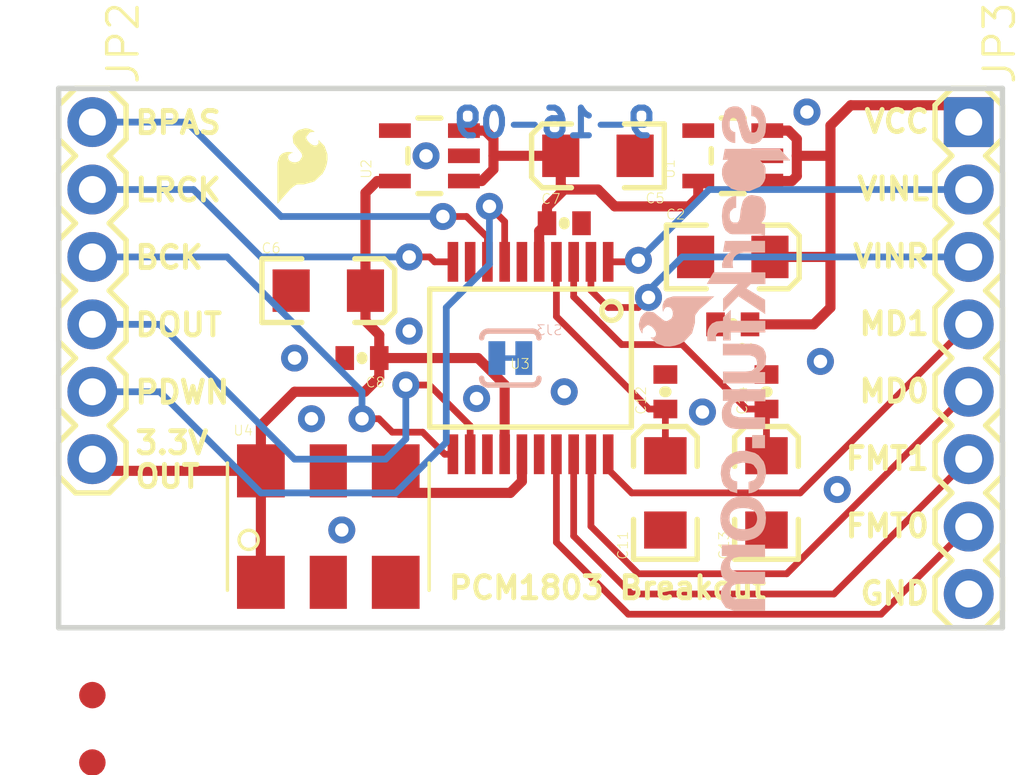
<source format=kicad_pcb>
(kicad_pcb (version 20211014) (generator pcbnew)
  (layers (0 "F.Cu" signal) (31 "B.Cu" signal) (34 "B.Paste" user) (35 "F.Paste" user) (36 "B.SilkS" user "B.Silkscreen") (37 "F.SilkS" user "F.Silkscreen") (38 "B.Mask" user) (39 "F.Mask" user) (44 "Edge.Cuts" user))
  (net 0 "")
  (net 1 "5V")
  (net 2 "3.3V")
  (net 3 "DGND")
  (net 4 "N$10")
  (net 5 "N$11")
  (net 6 "MD1")
  (net 7 "MD0")
  (net 8 "FMT1")
  (net 9 "FMT0")
  (net 10 "VINL")
  (net 11 "VINR")
  (net 12 "BPAS")
  (net 13 "PDWN")
  (net 14 "DOUT")
  (net 15 "BCK")
  (net 16 "LRCK")
  (net 17 "N$3")
  (net 18 "GND")
  (net 19 "VCC")
  (footprint "boardEagle:SOT23-5" (layer "F.Cu") (at 144.6911 97.3836 90)
    (fp_text reference "U2" (at -0.889 -2.159 90) (layer "F.SilkS") (effects (font (size 0.373888 0.373888) (thickness 0.032512)) (justify left bottom)))
    (fp_text value "3.3V_REG")
    (pad "1" smd rect (at -0.95 1.3001 90) (size 0.55 1.2) (layers "F.Cu" "F.Paste" "F.Mask") (net 1 "5V"))
    (pad "2" smd rect (at 0 1.3001 90) (size 0.55 1.2) (layers "F.Cu" "F.Paste" "F.Mask") (net 3 "DGND"))
    (pad "3" smd rect (at 0.95 1.3001 90) (size 0.55 1.2) (layers "F.Cu" "F.Paste" "F.Mask") (net 1 "5V"))
    (pad "4" smd rect (at 0.95 -1.3001 90) (size 0.55 1.2) (layers "F.Cu" "F.Paste" "F.Mask"))
    (pad "5" smd rect (at -0.95 -1.3001 90) (size 0.55 1.2) (layers "F.Cu" "F.Paste" "F.Mask") (net 2 "3.3V"))
  )
  (footprint "boardEagle:1X08" (layer "F.Cu") (at 165.0111 96.1136 -90)
    (fp_text reference "JP3" (at -1.3462 -1.8288 -90) (layer "F.SilkS") (effects (font (size 1.143 1.143) (thickness 0.127)) (justify left bottom)))
    (fp_text value "")
    (pad "1" thru_hole rect (at 0 0) (size 1.8796 1.8796) (drill 1.016) (layers *.Cu *.Mask) (net 19 "VCC"))
    (pad "2" thru_hole circle (at 2.54 0) (size 1.8796 1.8796) (drill 1.016) (layers *.Cu *.Mask) (net 10 "VINL"))
    (pad "3" thru_hole circle (at 5.08 0) (size 1.8796 1.8796) (drill 1.016) (layers *.Cu *.Mask) (net 11 "VINR"))
    (pad "4" thru_hole circle (at 7.62 0) (size 1.8796 1.8796) (drill 1.016) (layers *.Cu *.Mask) (net 6 "MD1"))
    (pad "5" thru_hole circle (at 10.16 0) (size 1.8796 1.8796) (drill 1.016) (layers *.Cu *.Mask) (net 7 "MD0"))
    (pad "6" thru_hole circle (at 12.7 0) (size 1.8796 1.8796) (drill 1.016) (layers *.Cu *.Mask) (net 8 "FMT1"))
    (pad "7" thru_hole circle (at 15.24 0) (size 1.8796 1.8796) (drill 1.016) (layers *.Cu *.Mask) (net 9 "FMT0"))
    (pad "8" thru_hole circle (at 17.78 0) (size 1.8796 1.8796) (drill 1.016) (layers *.Cu *.Mask) (net 18 "GND"))
  )
  (footprint "boardEagle:SFE-LOGO-FLAME" (layer "F.Cu") (at 138.9761 99.1616)
    (fp_text reference "JP1" hide)
    (fp_text value "LOGO-SFESK" hide)
  )
  (footprint "boardEagle:EIA3216" (layer "F.Cu") (at 156.1211 101.1936)
    (fp_text reference "C2" (at -2.54 -1.381) (layer "F.SilkS") (effects (font (size 0.373888 0.373888) (thickness 0.032512)) (justify left bottom)))
    (fp_text value "10uF")
    (pad "A" smd rect (at 1.4 0 90) (size 1.6 1.4) (layers "F.Cu" "F.Paste" "F.Mask") (net 19 "VCC"))
    (pad "C" smd rect (at -1.4 0 90) (size 1.6 1.4) (layers "F.Cu" "F.Paste" "F.Mask") (net 18 "GND"))
  )
  (footprint "boardEagle:0402-CAP" (layer "F.Cu") (at 153.5811 106.2736 90)
    (fp_text reference "C12" (at -0.889 -0.6985 90) (layer "F.SilkS") (effects (font (size 0.373888 0.373888) (thickness 0.032512)) (justify left bottom)))
    (fp_text value "0.1uF")
    (pad "1" smd rect (at -0.65 0 90) (size 0.7 0.9) (layers "F.Cu" "F.Paste" "F.Mask") (net 4 "N$10"))
    (pad "2" smd rect (at 0.65 0 90) (size 0.7 0.9) (layers "F.Cu" "F.Paste" "F.Mask") (net 18 "GND"))
  )
  (footprint "boardEagle:FIDUCIAL-1X2" (layer "F.Cu") (at 131.9911 117.7036)
    (fp_text reference "JP4" hide)
    (fp_text value "FIDUCIAL1X2" hide)
    (pad "1" smd roundrect (at 0 0) (size 1 1) (layers "F.Cu" "F.Mask") (roundrect_rratio 0.5))
  )
  (footprint "boardEagle:SOT23-5" (layer "F.Cu") (at 156.1211 97.3836 90)
    (fp_text reference "U1" (at -0.889 -2.159 90) (layer "F.SilkS") (effects (font (size 0.373888 0.373888) (thickness 0.032512)) (justify left bottom)))
    (fp_text value "5V_REG")
    (pad "1" smd rect (at -0.95 1.3001 90) (size 0.55 1.2) (layers "F.Cu" "F.Paste" "F.Mask") (net 19 "VCC"))
    (pad "2" smd rect (at 0 1.3001 90) (size 0.55 1.2) (layers "F.Cu" "F.Paste" "F.Mask") (net 18 "GND"))
    (pad "3" smd rect (at 0.95 1.3001 90) (size 0.55 1.2) (layers "F.Cu" "F.Paste" "F.Mask") (net 19 "VCC"))
    (pad "4" smd rect (at 0.95 -1.3001 90) (size 0.55 1.2) (layers "F.Cu" "F.Paste" "F.Mask"))
    (pad "5" smd rect (at -0.95 -1.3001 90) (size 0.55 1.2) (layers "F.Cu" "F.Paste" "F.Mask") (net 1 "5V"))
  )
  (footprint "boardEagle:EIA3216" (layer "F.Cu") (at 140.8811 102.4636)
    (fp_text reference "C6" (at -2.54 -1.381) (layer "F.SilkS") (effects (font (size 0.373888 0.373888) (thickness 0.032512)) (justify left bottom)))
    (fp_text value "10uF")
    (pad "A" smd rect (at 1.4 0 90) (size 1.6 1.4) (layers "F.Cu" "F.Paste" "F.Mask") (net 2 "3.3V"))
    (pad "C" smd rect (at -1.4 0 90) (size 1.6 1.4) (layers "F.Cu" "F.Paste" "F.Mask") (net 3 "DGND"))
  )
  (footprint "boardEagle:0402-CAP" (layer "F.Cu") (at 157.3911 106.2736 90)
    (fp_text reference "C14" (at -0.889 -0.6985 90) (layer "F.SilkS") (effects (font (size 0.373888 0.373888) (thickness 0.032512)) (justify left bottom)))
    (fp_text value "0.1uF")
    (pad "1" smd rect (at -0.65 0 90) (size 0.7 0.9) (layers "F.Cu" "F.Paste" "F.Mask") (net 5 "N$11"))
    (pad "2" smd rect (at 0.65 0 90) (size 0.7 0.9) (layers "F.Cu" "F.Paste" "F.Mask") (net 18 "GND"))
  )
  (footprint "boardEagle:0402-CAP" (layer "F.Cu") (at 142.1511 105.0036 180)
    (fp_text reference "C8" (at -0.889 -0.6985 180) (layer "F.SilkS") (effects (font (size 0.373888 0.373888) (thickness 0.032512)) (justify right top)))
    (fp_text value "0.1uF")
    (pad "1" smd rect (at -0.65 0 180) (size 0.7 0.9) (layers "F.Cu" "F.Paste" "F.Mask") (net 2 "3.3V"))
    (pad "2" smd rect (at 0.65 0 180) (size 0.7 0.9) (layers "F.Cu" "F.Paste" "F.Mask") (net 3 "DGND"))
  )
  (footprint "boardEagle:FIDUCIAL-1X2" (layer "F.Cu") (at 131.9911 120.2436)
    (fp_text reference "JP5" hide)
    (fp_text value "FIDUCIAL1X2" hide)
    (pad "1" smd roundrect (at 0 0) (size 1 1) (layers "F.Cu" "F.Mask") (roundrect_rratio 0.5))
  )
  (footprint "boardEagle:SSOP20" (layer "F.Cu") (at 148.5011 105.0036 180)
    (fp_text reference "U3" (at 0 0 180) (layer "F.SilkS") (effects (font (size 0.373888 0.373888) (thickness 0.032512)) (justify right top)))
    (fp_text value "PCM1803SMD")
    (pad "1" smd rect (at -2.925 3.625 180) (size 0.4 1.5) (layers "F.Cu" "F.Paste" "F.Mask") (net 10 "VINL"))
    (pad "2" smd rect (at -2.275 3.625 180) (size 0.4 1.5) (layers "F.Cu" "F.Paste" "F.Mask") (net 11 "VINR"))
    (pad "3" smd rect (at -1.625 3.625 180) (size 0.4 1.5) (layers "F.Cu" "F.Paste" "F.Mask") (net 5 "N$11"))
    (pad "4" smd rect (at -0.975 3.625 180) (size 0.4 1.5) (layers "F.Cu" "F.Paste" "F.Mask") (net 4 "N$10"))
    (pad "5" smd rect (at -0.325 3.625 180) (size 0.4 1.5) (layers "F.Cu" "F.Paste" "F.Mask") (net 1 "5V"))
    (pad "6" smd rect (at 0.325 3.625 180) (size 0.4 1.5) (layers "F.Cu" "F.Paste" "F.Mask") (net 18 "GND"))
    (pad "7" smd rect (at 0.975 3.625 180) (size 0.4 1.5) (layers "F.Cu" "F.Paste" "F.Mask") (net 13 "PDWN"))
    (pad "8" smd rect (at 1.625 3.625 180) (size 0.4 1.5) (layers "F.Cu" "F.Paste" "F.Mask") (net 12 "BPAS"))
    (pad "9" smd rect (at 2.275 3.625 180) (size 0.4 1.5) (layers "F.Cu" "F.Paste" "F.Mask") (net 3 "DGND"))
    (pad "10" smd rect (at 2.925 3.625 180) (size 0.4 1.5) (layers "F.Cu" "F.Paste" "F.Mask") (net 16 "LRCK"))
    (pad "11" smd rect (at 2.925 -3.625 180) (size 0.4 1.5) (layers "F.Cu" "F.Paste" "F.Mask") (net 15 "BCK"))
    (pad "12" smd rect (at 2.275 -3.625 180) (size 0.4 1.5) (layers "F.Cu" "F.Paste" "F.Mask") (net 14 "DOUT"))
    (pad "13" smd rect (at 1.625 -3.625 180) (size 0.4 1.5) (layers "F.Cu" "F.Paste" "F.Mask") (net 3 "DGND"))
    (pad "14" smd rect (at 0.975 -3.625 180) (size 0.4 1.5) (layers "F.Cu" "F.Paste" "F.Mask") (net 2 "3.3V"))
    (pad "15" smd rect (at 0.325 -3.625 180) (size 0.4 1.5) (layers "F.Cu" "F.Paste" "F.Mask") (net 17 "N$3"))
    (pad "16" smd rect (at -0.325 -3.625 180) (size 0.4 1.5) (layers "F.Cu" "F.Paste" "F.Mask") (net 18 "GND"))
    (pad "17" smd rect (at -0.975 -3.625 180) (size 0.4 1.5) (layers "F.Cu" "F.Paste" "F.Mask") (net 9 "FMT0"))
    (pad "18" smd rect (at -1.625 -3.625 180) (size 0.4 1.5) (layers "F.Cu" "F.Paste" "F.Mask") (net 8 "FMT1"))
    (pad "19" smd rect (at -2.275 -3.625 180) (size 0.4 1.5) (layers "F.Cu" "F.Paste" "F.Mask") (net 7 "MD0"))
    (pad "20" smd rect (at -2.925 -3.625 180) (size 0.4 1.5) (layers "F.Cu" "F.Paste" "F.Mask") (net 6 "MD1"))
  )
  (footprint "boardEagle:0402-CAP" (layer "F.Cu") (at 156.1211 103.7336 180)
    (fp_text reference "C1" (at -0.889 -0.6985 180) (layer "F.SilkS") (effects (font (size 0.373888 0.373888) (thickness 0.032512)) (justify right top)))
    (fp_text value "0.1uF")
    (pad "1" smd rect (at -0.65 0 180) (size 0.7 0.9) (layers "F.Cu" "F.Paste" "F.Mask") (net 19 "VCC"))
    (pad "2" smd rect (at 0.65 0 180) (size 0.7 0.9) (layers "F.Cu" "F.Paste" "F.Mask") (net 18 "GND"))
  )
  (footprint "boardEagle:EIA3216" (layer "F.Cu") (at 151.0411 97.3836 180)
    (fp_text reference "C5" (at -2.54 -1.381 180) (layer "F.SilkS") (effects (font (size 0.373888 0.373888) (thickness 0.032512)) (justify right top)))
    (fp_text value "10uF")
    (pad "A" smd rect (at 1.4 0 270) (size 1.6 1.4) (layers "F.Cu" "F.Paste" "F.Mask") (net 1 "5V"))
    (pad "C" smd rect (at -1.4 0 270) (size 1.6 1.4) (layers "F.Cu" "F.Paste" "F.Mask") (net 18 "GND"))
  )
  (footprint "boardEagle:EIA3216" (layer "F.Cu") (at 153.5811 110.0836 90)
    (fp_text reference "C11" (at -2.54 -1.381 90) (layer "F.SilkS") (effects (font (size 0.373888 0.373888) (thickness 0.032512)) (justify left bottom)))
    (fp_text value "10uF")
    (pad "A" smd rect (at 1.4 0 180) (size 1.6 1.4) (layers "F.Cu" "F.Paste" "F.Mask") (net 4 "N$10"))
    (pad "C" smd rect (at -1.4 0 180) (size 1.6 1.4) (layers "F.Cu" "F.Paste" "F.Mask") (net 18 "GND"))
  )
  (footprint "boardEagle:0402-CAP" (layer "F.Cu") (at 149.7711 99.9236)
    (fp_text reference "C7" (at -0.889 -0.6985) (layer "F.SilkS") (effects (font (size 0.373888 0.373888) (thickness 0.032512)) (justify left bottom)))
    (fp_text value "0.1uF")
    (pad "1" smd rect (at -0.65 0) (size 0.7 0.9) (layers "F.Cu" "F.Paste" "F.Mask") (net 1 "5V"))
    (pad "2" smd rect (at 0.65 0) (size 0.7 0.9) (layers "F.Cu" "F.Paste" "F.Mask") (net 18 "GND"))
  )
  (footprint "boardEagle:EIA3216" (layer "F.Cu") (at 157.3911 110.0836 90)
    (fp_text reference "C13" (at -2.54 -1.381 90) (layer "F.SilkS") (effects (font (size 0.373888 0.373888) (thickness 0.032512)) (justify left bottom)))
    (fp_text value "10uF")
    (pad "A" smd rect (at 1.4 0 180) (size 1.6 1.4) (layers "F.Cu" "F.Paste" "F.Mask") (net 5 "N$11"))
    (pad "C" smd rect (at -1.4 0 180) (size 1.6 1.4) (layers "F.Cu" "F.Paste" "F.Mask") (net 18 "GND"))
  )
  (footprint "boardEagle:1X06" (layer "F.Cu") (at 131.9911 96.1136 -90)
    (fp_text reference "JP2" (at -1.3462 -1.8288 -90) (layer "F.SilkS") (effects (font (size 1.143 1.143) (thickness 0.127)) (justify left bottom)))
    (fp_text value "")
    (pad "1" thru_hole circle (at 0 0) (size 1.8796 1.8796) (drill 1.016) (layers *.Cu *.Mask) (net 12 "BPAS"))
    (pad "2" thru_hole circle (at 2.54 0) (size 1.8796 1.8796) (drill 1.016) (layers *.Cu *.Mask) (net 16 "LRCK"))
    (pad "3" thru_hole circle (at 5.08 0) (size 1.8796 1.8796) (drill 1.016) (layers *.Cu *.Mask) (net 15 "BCK"))
    (pad "4" thru_hole circle (at 7.62 0) (size 1.8796 1.8796) (drill 1.016) (layers *.Cu *.Mask) (net 14 "DOUT"))
    (pad "5" thru_hole circle (at 10.16 0) (size 1.8796 1.8796) (drill 1.016) (layers *.Cu *.Mask) (net 13 "PDWN"))
    (pad "6" thru_hole circle (at 12.7 0) (size 1.8796 1.8796) (drill 1.016) (layers *.Cu *.Mask) (net 2 "3.3V"))
  )
  (footprint "boardEagle:CRYSTAL-SMD-7.5X5.2-6PIN" (layer "F.Cu") (at 140.8811 111.3536)
    (fp_text reference "U4" (at -3.6 -3.4) (layer "F.SilkS") (effects (font (size 0.373888 0.373888) (thickness 0.032512)) (justify left bottom)))
    (fp_text value "24.576MHz OSCILLATOR")
    (pad "1" smd rect (at -2.54 2.1 90) (size 2 1.8) (layers "F.Cu" "F.Paste" "F.Mask") (net 2 "3.3V"))
    (pad "2" smd rect (at 2.54 2.1 90) (size 2 1.8) (layers "F.Cu" "F.Paste" "F.Mask") (net 3 "DGND"))
    (pad "3" smd rect (at 2.54 -2.1 90) (size 2 1.8) (layers "F.Cu" "F.Paste" "F.Mask") (net 17 "N$3"))
    (pad "4" smd rect (at -2.54 -2.1 90) (size 2 1.8) (layers "F.Cu" "F.Paste" "F.Mask") (net 2 "3.3V"))
    (pad "NC0" smd rect (at 0 2.1 90) (size 2 1.4) (layers "F.Cu" "F.Paste" "F.Mask"))
    (pad "NC1" smd rect (at 0 -2.1 90) (size 2 1.4) (layers "F.Cu" "F.Paste" "F.Mask"))
  )
  (footprint "boardEagle:SFE-NEW-WEBLOGO" (layer "B.Cu") (at 158.2801 95.4786 -90)
    (fp_text reference "U$4" hide)
    (fp_text value "LOGO-SFENEW" hide)
  )
  (footprint "boardEagle:SJ_2S-TRACE" (layer "B.Cu") (at 147.7391 105.0036 180)
    (fp_text reference "SJ3" (at -0.9525 1.27) (layer "B.SilkS") (effects (font (size 0.373888 0.373888) (thickness 0.032512)) (justify right top mirror)))
    (fp_text value "SOLDERJUMPERTRACE")
    (fp_line (start -0.381 0) (end 0.381 0) (layer "B.Cu") (width 0.2032))
    (pad "1" smd rect (at -0.508 0 180) (size 0.635 1.27) (layers "B.Cu" "B.Mask") (net 18 "GND"))
    (pad "2" smd rect (at 0.508 0 180) (size 0.635 1.27) (layers "B.Cu" "B.Mask") (net 3 "DGND"))
  )
  (gr_line (start 166.2811 94.8436) (end 130.7211 94.8436) (layer "Edge.Cuts") (width 0.2032))
  (gr_line (start 130.7211 115.1636) (end 166.2811 115.1636) (layer "Edge.Cuts") (width 0.2032))
  (gr_line (start 166.2811 115.1636) (end 166.2811 94.8436) (layer "Edge.Cuts") (width 0.2032))
  (gr_line (start 130.7211 94.8436) (end 130.7211 115.1636) (layer "Edge.Cuts") (width 0.2032))
  (gr_text "9-16-09" (at 153.3271 96.7486) (layer "B.Cu") (effects (font (size 1.0414 1.0414) (thickness 0.2286)) (justify left bottom mirror)))
  (gr_text "FMT0" (at 163.6141 110.8456) (layer "F.SilkS") (effects (font (size 0.83312 0.83312) (thickness 0.18288)) (justify right top)))
  (gr_text "PCM1803 Breakout" (at 145.3261 114.1476) (layer "F.SilkS") (effects (font (size 0.83312 0.83312) (thickness 0.18288)) (justify left bottom)))
  (gr_text "FMT1" (at 163.6141 108.3056) (layer "F.SilkS") (effects (font (size 0.83312 0.83312) (thickness 0.18288)) (justify right top)))
  (gr_text "PDWN" (at 133.5151 106.7816) (layer "F.SilkS") (effects (font (size 0.83312 0.83312) (thickness 0.18288)) (justify left bottom)))
  (gr_text "VINR" (at 163.6141 100.6856) (layer "F.SilkS") (effects (font (size 0.83312 0.83312) (thickness 0.18288)) (justify right top)))
  (gr_text "MD1" (at 163.6141 103.2256) (layer "F.SilkS") (effects (font (size 0.83312 0.83312) (thickness 0.18288)) (justify right top)))
  (gr_text "VCC" (at 163.6141 95.6056) (layer "F.SilkS") (effects (font (size 0.83312 0.83312) (thickness 0.18288)) (justify right top)))
  (gr_text "OUT" (at 133.5151 109.9566) (layer "F.SilkS") (effects (font (size 0.83312 0.83312) (thickness 0.18288)) (justify left bottom)))
  (gr_text "3.3V" (at 133.5151 108.6866) (layer "F.SilkS") (effects (font (size 0.83312 0.83312) (thickness 0.18288)) (justify left bottom)))
  (gr_text "MD0" (at 163.6141 105.7656) (layer "F.SilkS") (effects (font (size 0.83312 0.83312) (thickness 0.18288)) (justify right top)))
  (gr_text "DOUT" (at 133.5151 104.2416) (layer "F.SilkS") (effects (font (size 0.83312 0.83312) (thickness 0.18288)) (justify left bottom)))
  (gr_text "LRCK" (at 133.5151 99.1616) (layer "F.SilkS") (effects (font (size 0.83312 0.83312) (thickness 0.18288)) (justify left bottom)))
  (gr_text "GND" (at 163.6141 113.3856) (layer "F.SilkS") (effects (font (size 0.83312 0.83312) (thickness 0.18288)) (justify right top)))
  (gr_text "BPAS" (at 133.5151 96.6216) (layer "F.SilkS") (effects (font (size 0.83312 0.83312) (thickness 0.18288)) (justify left bottom)))
  (gr_text "VINL" (at 163.6141 98.1456) (layer "F.SilkS") (effects (font (size 0.83312 0.83312) (thickness 0.18288)) (justify right top)))
  (gr_text "BCK" (at 133.5151 101.7016) (layer "F.SilkS") (effects (font (size 0.83312 0.83312) (thickness 0.18288)) (justify left bottom)))
  (segment (start 146.7891 96.4336) (end 145.9912 96.4336) (width 0.381) (layer "F.Cu") (net 1))
  (segment (start 149.6411 97.3836) (end 149.6411 98.5236) (width 0.381) (layer "F.Cu") (net 1))
  (segment (start 147.1041 97.8916) (end 147.1041 97.3836) (width 0.381) (layer "F.Cu") (net 1))
  (segment (start 147.1041 97.3836) (end 147.1041 96.7486) (width 0.381) (layer "F.Cu") (net 1))
  (segment (start 149.1211 99.3036) (end 149.1211 99.9236) (width 0.381) (layer "F.Cu") (net 1))
  (segment (start 151.6761 99.2886) (end 154.4701 99.2886) (width 0.381) (layer "F.Cu") (net 1))
  (segment (start 154.4701 99.2886) (end 154.821 98.9377) (width 0.381) (layer "F.Cu") (net 1))
  (segment (start 147.1041 97.3836) (end 149.6411 97.3836) (width 0.381) (layer "F.Cu") (net 1))
  (segment (start 149.7711 98.6536) (end 151.0411 98.6536) (width 0.381) (layer "F.Cu") (net 1))
  (segment (start 149.1211 99.9236) (end 148.8261 100.2186) (width 0.381) (layer "F.Cu") (net 1))
  (segment (start 151.0411 98.6536) (end 151.6761 99.2886) (width 0.381) (layer "F.Cu") (net 1))
  (segment (start 146.6621 98.3336) (end 147.1041 97.8916) (width 0.381) (layer "F.Cu") (net 1))
  (segment (start 154.821 98.9377) (end 154.821 98.3336) (width 0.381) (layer "F.Cu") (net 1))
  (segment (start 149.7711 98.6536) (end 149.1211 99.3036) (width 0.381) (layer "F.Cu") (net 1))
  (segment (start 147.1041 96.7486) (end 146.7891 96.4336) (width 0.381) (layer "F.Cu") (net 1))
  (segment (start 145.9912 98.3336) (end 146.6621 98.3336) (width 0.381) (layer "F.Cu") (net 1))
  (segment (start 148.8261 100.2186) (end 148.8261 101.3786) (width 0.381) (layer "F.Cu") (net 1))
  (segment (start 149.6411 98.5236) (end 149.7711 98.6536) (width 0.381) (layer "F.Cu") (net 1))
  (segment (start 147.5261 106.0098) (end 147.5261 108.6286) (width 0.381) (layer "F.Cu") (net 2))
  (segment (start 142.8011 105.0036) (end 146.5199 105.0036) (width 0.381) (layer "F.Cu") (net 2))
  (segment (start 142.2811 103.6096) (end 142.2811 102.4636) (width 0.381) (layer "F.Cu") (net 2))
  (segment (start 132.4311 109.2536) (end 138.3411 109.2536) (width 0.381) (layer "F.Cu") (net 2))
  (segment (start 142.8011 104.1296) (end 142.2811 103.6096) (width 0.381) (layer "F.Cu") (net 2))
  (segment (start 146.5199 105.0036) (end 147.5261 106.0098) (width 0.381) (layer "F.Cu") (net 2))
  (segment (start 138.3411 109.2536) (end 138.3411 107.5436) (width 0.381) (layer "F.Cu") (net 2))
  (segment (start 139.6111 106.2736) (end 142.2527 106.2736) (width 0.381) (layer "F.Cu") (net 2))
  (segment (start 131.9911 108.8136) (end 132.4311 109.2536) (width 0.381) (layer "F.Cu") (net 2))
  (segment (start 142.2811 102.4636) (end 142.2811 98.7776) (width 0.381) (layer "F.Cu") (net 2))
  (segment (start 138.3411 109.2536) (end 138.3411 113.4536) (width 0.381) (layer "F.Cu") (net 2))
  (segment (start 142.2811 98.7776) (end 142.7251 98.3336) (width 0.381) (layer "F.Cu") (net 2))
  (segment (start 142.7251 98.3336) (end 143.391 98.3336) (width 0.381) (layer "F.Cu") (net 2))
  (segment (start 142.8011 105.0036) (end 142.8011 104.1296) (width 0.381) (layer "F.Cu") (net 2))
  (segment (start 138.3411 107.5436) (end 139.6111 106.2736) (width 0.381) (layer "F.Cu") (net 2))
  (segment (start 142.2527 106.2736) (end 142.8011 105.7252) (width 0.381) (layer "F.Cu") (net 2))
  (segment (start 142.8011 105.7252) (end 142.8011 105.0036) (width 0.381) (layer "F.Cu") (net 2))
  (via (at 140.2461 107.2896) (size 1.016) (drill 0.508) (layers "F.Cu" "B.Cu") (net 3))
  (via (at 139.6111 105.0036) (size 1.016) (drill 0.508) (layers "F.Cu" "B.Cu") (net 3))
  (via (at 144.5641 97.3836) (size 1.016) (drill 0.508) (layers "F.Cu" "B.Cu") (net 3))
  (via (at 141.3891 111.4806) (size 1.016) (drill 0.508) (layers "F.Cu" "B.Cu") (net 3))
  (via (at 143.9291 103.9876) (size 1.016) (drill 0.508) (layers "F.Cu" "B.Cu") (net 3))
  (via (at 146.4691 106.5276) (size 1.016) (drill 0.508) (layers "F.Cu" "B.Cu") (net 3))
  (segment (start 149.4761 103.4386) (end 149.4761 101.3786) (width 0.254) (layer "F.Cu") (net 4))
  (segment (start 152.9611 106.9236) (end 149.4761 103.4386) (width 0.254) (layer "F.Cu") (net 4))
  (segment (start 153.5811 108.6836) (end 153.5811 106.9236) (width 0.254) (layer "F.Cu") (net 4))
  (segment (start 153.5811 106.9236) (end 152.9611 106.9236) (width 0.254) (layer "F.Cu") (net 4))
  (segment (start 151.9301 104.4956) (end 154.2161 104.4956) (width 0.254) (layer "F.Cu") (net 5))
  (segment (start 150.1261 102.6916) (end 151.9301 104.4956) (width 0.254) (layer "F.Cu") (net 5))
  (segment (start 154.2161 104.4956) (end 156.6441 106.9236) (width 0.254) (layer "F.Cu") (net 5))
  (segment (start 157.3911 106.9236) (end 157.3911 108.6836) (width 0.254) (layer "F.Cu") (net 5))
  (segment (start 156.6441 106.9236) (end 157.3911 106.9236) (width 0.254) (layer "F.Cu") (net 5))
  (segment (start 150.1261 102.6916) (end 150.1261 101.3786) (width 0.254) (layer "F.Cu") (net 5))
  (segment (start 151.4261 108.6286) (end 151.4261 109.1986) (width 0.254) (layer "F.Cu") (net 6))
  (segment (start 152.3111 110.0836) (end 158.6611 110.0836) (width 0.254) (layer "F.Cu") (net 6))
  (segment (start 158.6611 110.0836) (end 165.0111 103.7336) (width 0.254) (layer "F.Cu") (net 6))
  (segment (start 151.4261 109.1986) (end 152.3111 110.0836) (width 0.254) (layer "F.Cu") (net 6))
  (segment (start 158.1531 113.1316) (end 165.0111 106.2736) (width 0.254) (layer "F.Cu") (net 7))
  (segment (start 152.5651 113.1316) (end 150.7761 111.3426) (width 0.254) (layer "F.Cu") (net 7))
  (segment (start 152.5651 113.1316) (end 158.1531 113.1316) (width 0.254) (layer "F.Cu") (net 7))
  (segment (start 150.7761 111.3426) (end 150.7761 108.6286) (width 0.254) (layer "F.Cu") (net 7))
  (segment (start 152.3111 113.8936) (end 150.1261 111.7086) (width 0.254) (layer "F.Cu") (net 8))
  (segment (start 150.1261 111.7086) (end 150.1261 108.6286) (width 0.254) (layer "F.Cu") (net 8))
  (segment (start 159.9311 113.8936) (end 165.0111 108.8136) (width 0.254) (layer "F.Cu") (net 8))
  (segment (start 152.3111 113.8936) (end 159.9311 113.8936) (width 0.254) (layer "F.Cu") (net 8))
  (segment (start 161.7091 114.6556) (end 165.0111 111.3536) (width 0.254) (layer "F.Cu") (net 9))
  (segment (start 149.4761 111.9476) (end 149.4761 108.6286) (width 0.254) (layer "F.Cu") (net 9))
  (segment (start 152.1841 114.6556) (end 149.4761 111.9476) (width 0.254) (layer "F.Cu") (net 9))
  (segment (start 152.1841 114.6556) (end 161.7091 114.6556) (width 0.254) (layer "F.Cu") (net 9))
  (segment (start 152.5071 101.3786) (end 152.5651 101.3206) (width 0.254) (layer "F.Cu") (net 10))
  (segment (start 151.4261 101.3786) (end 152.5071 101.3786) (width 0.254) (layer "F.Cu") (net 10))
  (via (at 152.5651 101.3206) (size 1.016) (drill 0.508) (layers "F.Cu" "B.Cu") (net 10))
  (segment (start 152.5651 101.3206) (end 155.2321 98.6536) (width 0.254) (layer "B.Cu") (net 10))
  (segment (start 155.2321 98.6536) (end 165.0111 98.6536) (width 0.254) (layer "B.Cu") (net 10))
  (segment (start 150.7761 101.3786) (end 150.7761 102.4526) (width 0.254) (layer "F.Cu") (net 11))
  (segment (start 152.5651 103.0986) (end 152.9461 102.7176) (width 0.254) (layer "F.Cu") (net 11))
  (segment (start 151.4221 103.0986) (end 152.5651 103.0986) (width 0.254) (layer "F.Cu") (net 11))
  (segment (start 150.7761 102.4526) (end 151.4221 103.0986) (width 0.254) (layer "F.Cu") (net 11))
  (via (at 152.9461 102.7176) (size 1.016) (drill 0.508) (layers "F.Cu" "B.Cu") (net 11))
  (segment (start 152.9461 102.4636) (end 154.2161 101.1936) (width 0.254) (layer "B.Cu") (net 11))
  (segment (start 152.9461 102.7176) (end 152.9461 102.4636) (width 0.254) (layer "B.Cu") (net 11))
  (segment (start 154.2161 101.1936) (end 165.0111 101.1936) (width 0.254) (layer "B.Cu") (net 11))
  (segment (start 145.1991 99.6696) (end 146.0881 99.6696) (width 0.254) (layer "F.Cu") (net 12))
  (segment (start 146.0881 99.6696) (end 146.8761 100.4576) (width 0.254) (layer "F.Cu") (net 12))
  (segment (start 146.8761 100.4576) (end 146.8761 101.3786) (width 0.254) (layer "F.Cu") (net 12))
  (via (at 145.1991 99.6696) (size 1.016) (drill 0.508) (layers "F.Cu" "B.Cu") (net 12))
  (segment (start 139.1031 99.6696) (end 145.1991 99.6696) (width 0.254) (layer "B.Cu") (net 12))
  (segment (start 131.9911 96.1136) (end 135.5471 96.1136) (width 0.254) (layer "B.Cu") (net 12))
  (segment (start 135.5471 96.1136) (end 139.1031 99.6696) (width 0.254) (layer "B.Cu") (net 12))
  (segment (start 147.5261 99.863) (end 147.5261 101.3786) (width 0.254) (layer "F.Cu") (net 13))
  (segment (start 146.9517 99.2886) (end 147.5261 99.863) (width 0.254) (layer "F.Cu") (net 13))
  (via (at 146.9517 99.2886) (size 1.016) (drill 0.508) (layers "F.Cu" "B.Cu") (net 13))
  (segment (start 145.3261 108.1786) (end 145.3261 103.0986) (width 0.254) (layer "B.Cu") (net 13))
  (segment (start 138.3411 110.0836) (end 143.4211 110.0836) (width 0.254) (layer "B.Cu") (net 13))
  (segment (start 134.5311 106.2736) (end 138.3411 110.0836) (width 0.254) (layer "B.Cu") (net 13))
  (segment (start 131.9911 106.2736) (end 134.5311 106.2736) (width 0.254) (layer "B.Cu") (net 13))
  (segment (start 143.4211 110.0836) (end 145.3261 108.1786) (width 0.254) (layer "B.Cu") (net 13))
  (segment (start 145.3261 103.0986) (end 146.9517 101.473) (width 0.254) (layer "B.Cu") (net 13))
  (segment (start 146.9517 101.473) (end 146.9517 99.2886) (width 0.254) (layer "B.Cu") (net 13))
  (segment (start 143.8021 106.0196) (end 144.6911 106.0196) (width 0.254) (layer "F.Cu") (net 14))
  (segment (start 144.6911 106.0196) (end 146.2261 107.5546) (width 0.254) (layer "F.Cu") (net 14))
  (segment (start 146.2261 107.5546) (end 146.2261 108.6286) (width 0.254) (layer "F.Cu") (net 14))
  (via (at 143.8021 106.0196) (size 1.016) (drill 0.508) (layers "F.Cu" "B.Cu") (net 14))
  (segment (start 143.8021 108.0516) (end 143.8021 106.0196) (width 0.254) (layer "B.Cu") (net 14))
  (segment (start 134.5311 103.7336) (end 139.6111 108.8136) (width 0.254) (layer "B.Cu") (net 14))
  (segment (start 143.0401 108.8136) (end 143.8021 108.0516) (width 0.254) (layer "B.Cu") (net 14))
  (segment (start 131.9911 103.7336) (end 134.5311 103.7336) (width 0.254) (layer "B.Cu") (net 14))
  (segment (start 139.6111 108.8136) (end 143.0401 108.8136) (width 0.254) (layer "B.Cu") (net 14))
  (segment (start 145.2681 108.6286) (end 145.5761 108.6286) (width 0.254) (layer "F.Cu") (net 15))
  (segment (start 142.7861 107.2896) (end 143.2941 107.7976) (width 0.254) (layer "F.Cu") (net 15))
  (segment (start 144.4371 107.7976) (end 145.2681 108.6286) (width 0.254) (layer "F.Cu") (net 15))
  (segment (start 143.2941 107.7976) (end 144.4371 107.7976) (width 0.254) (layer "F.Cu") (net 15))
  (segment (start 142.1511 107.2896) (end 142.7861 107.2896) (width 0.254) (layer "F.Cu") (net 15))
  (via (at 142.1511 107.2896) (size 1.016) (drill 0.508) (layers "F.Cu" "B.Cu") (net 15))
  (segment (start 137.0711 101.1936) (end 142.1511 106.2736) (width 0.254) (layer "B.Cu") (net 15))
  (segment (start 131.9911 101.1936) (end 137.0711 101.1936) (width 0.254) (layer "B.Cu") (net 15))
  (segment (start 142.1511 106.2736) (end 142.1511 107.2896) (width 0.254) (layer "B.Cu") (net 15))
  (segment (start 144.7021 101.1936) (end 144.8871 101.3786) (width 0.254) (layer "F.Cu") (net 16))
  (segment (start 143.9291 101.1936) (end 144.7021 101.1936) (width 0.254) (layer "F.Cu") (net 16))
  (segment (start 144.8871 101.3786) (end 145.5761 101.3786) (width 0.254) (layer "F.Cu") (net 16))
  (via (at 143.9291 101.1936) (size 1.016) (drill 0.508) (layers "F.Cu" "B.Cu") (net 16))
  (segment (start 138.3411 101.1936) (end 143.9291 101.1936) (width 0.254) (layer "B.Cu") (net 16))
  (segment (start 131.9911 98.6536) (end 135.8011 98.6536) (width 0.254) (layer "B.Cu") (net 16))
  (segment (start 135.8011 98.6536) (end 138.3411 101.1936) (width 0.254) (layer "B.Cu") (net 16))
  (segment (start 147.7391 110.0836) (end 148.1761 109.6466) (width 0.381) (layer "F.Cu") (net 17))
  (segment (start 148.1761 109.6466) (end 148.1761 108.6286) (width 0.381) (layer "F.Cu") (net 17))
  (segment (start 143.5481 109.3806) (end 143.5481 110.0836) (width 0.381) (layer "F.Cu") (net 17))
  (segment (start 143.4211 109.2536) (end 143.5481 109.3806) (width 0.254) (layer "F.Cu") (net 17))
  (segment (start 143.5481 110.0836) (end 147.7391 110.0836) (width 0.381) (layer "F.Cu") (net 17))
  (via (at 159.4231 105.1306) (size 1.016) (drill 0.508) (layers "F.Cu" "B.Cu") (net 18))
  (via (at 158.9151 95.7326) (size 1.016) (drill 0.508) (layers "F.Cu" "B.Cu") (net 18))
  (via (at 149.7711 106.2736) (size 1.016) (drill 0.508) (layers "F.Cu" "B.Cu") (net 18))
  (via (at 160.0581 109.9566) (size 1.016) (drill 0.508) (layers "F.Cu" "B.Cu") (net 18))
  (via (at 154.9781 107.0356) (size 1.016) (drill 0.508) (layers "F.Cu" "B.Cu") (net 18))
  (segment (start 160.5661 95.4786) (end 164.3761 95.4786) (width 0.381) (layer "F.Cu") (net 19))
  (segment (start 156.7711 103.7336) (end 159.1691 103.7336) (width 0.381) (layer "F.Cu") (net 19))
  (segment (start 158.5341 96.7486) (end 158.2191 96.4336) (width 0.381) (layer "F.Cu") (net 19))
  (segment (start 158.2191 96.4336) (end 157.4212 96.4336) (width 0.381) (layer "F.Cu") (net 19))
  (segment (start 159.8011 103.1016) (end 159.8011 101.1936) (width 0.381) (layer "F.Cu") (net 19))
  (segment (start 158.5341 97.3836) (end 158.5341 96.7486) (width 0.381) (layer "F.Cu") (net 19))
  (segment (start 158.5341 97.3836) (end 158.5341 98.1456) (width 0.381) (layer "F.Cu") (net 19))
  (segment (start 159.8011 101.1936) (end 159.8011 97.3836) (width 0.381) (layer "F.Cu") (net 19))
  (segment (start 159.8011 101.1936) (end 157.5211 101.1936) (width 0.381) (layer "F.Cu") (net 19))
  (segment (start 158.5341 98.1456) (end 158.3461 98.3336) (width 0.381) (layer "F.Cu") (net 19))
  (segment (start 159.8011 97.3836) (end 159.8011 96.2436) (width 0.381) (layer "F.Cu") (net 19))
  (segment (start 164.3761 95.4786) (end 165.0111 96.1136) (width 0.381) (layer "F.Cu") (net 19))
  (segment (start 158.3461 98.3336) (end 157.4212 98.3336) (width 0.381) (layer "F.Cu") (net 19))
  (segment (start 159.1691 103.7336) (end 159.8011 103.1016) (width 0.381) (layer "F.Cu") (net 19))
  (segment (start 159.8011 96.2436) (end 160.5661 95.4786) (width 0.381) (layer "F.Cu") (net 19))
  (segment (start 159.8011 97.3836) (end 158.5341 97.3836) (width 0.381) (layer "F.Cu") (net 19))
)
</source>
